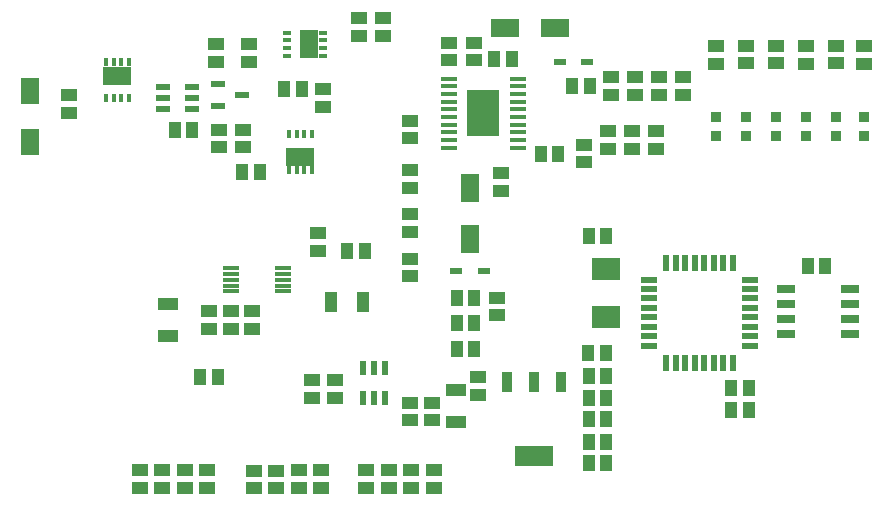
<source format=gtp>
G04*
G04 #@! TF.GenerationSoftware,Altium Limited,Altium Designer,20.1.11 (218)*
G04*
G04 Layer_Color=8421504*
%FSLAX25Y25*%
%MOIN*%
G70*
G04*
G04 #@! TF.SameCoordinates,C2617A9B-E6B3-48ED-90EE-97796008DAC5*
G04*
G04*
G04 #@! TF.FilePolarity,Positive*
G04*
G01*
G75*
%ADD15R,0.09449X0.07480*%
%ADD16R,0.03740X0.03543*%
%ADD17R,0.05512X0.04331*%
%ADD18R,0.04331X0.05512*%
%ADD19R,0.06102X0.02756*%
%ADD20R,0.04331X0.06693*%
%ADD21R,0.02362X0.04724*%
%ADD22R,0.10787X0.15197*%
%ADD23R,0.05709X0.01772*%
%ADD24R,0.06693X0.04331*%
%ADD25R,0.01654X0.02756*%
%ADD26R,0.09331X0.06102*%
%ADD27R,0.02756X0.01654*%
%ADD28R,0.06102X0.09331*%
%ADD29R,0.03740X0.06890*%
%ADD30R,0.12598X0.06890*%
%ADD31R,0.05512X0.01181*%
%ADD32R,0.05807X0.02362*%
%ADD33R,0.02362X0.05807*%
%ADD34R,0.04921X0.02362*%
%ADD35R,0.04724X0.02362*%
%ADD36R,0.06102X0.09252*%
%ADD37R,0.09252X0.06102*%
%ADD38R,0.04331X0.01968*%
%ADD39R,0.06102X0.09055*%
D15*
X202000Y111571D02*
D03*
Y95429D02*
D03*
D16*
X238500Y155850D02*
D03*
Y162150D02*
D03*
X248500Y155850D02*
D03*
Y162150D02*
D03*
X258500Y155850D02*
D03*
Y162150D02*
D03*
X268500Y155850D02*
D03*
Y162150D02*
D03*
X278500Y155850D02*
D03*
Y162150D02*
D03*
X288000Y155850D02*
D03*
Y162150D02*
D03*
D17*
X238500Y185906D02*
D03*
Y180000D02*
D03*
X248500Y185953D02*
D03*
Y180047D02*
D03*
X278500Y185953D02*
D03*
Y180047D02*
D03*
X288000Y185906D02*
D03*
Y180000D02*
D03*
X268500Y185906D02*
D03*
Y180000D02*
D03*
X258500Y185953D02*
D03*
Y180047D02*
D03*
X144000Y61047D02*
D03*
Y66953D02*
D03*
X136500Y66953D02*
D03*
Y61047D02*
D03*
X111500Y68547D02*
D03*
Y74453D02*
D03*
X104000Y68547D02*
D03*
Y74453D02*
D03*
X218500Y157500D02*
D03*
Y151594D02*
D03*
X219500Y169500D02*
D03*
Y175406D02*
D03*
X165500Y96047D02*
D03*
Y101953D02*
D03*
X84000Y97453D02*
D03*
Y91547D02*
D03*
X167000Y137547D02*
D03*
Y143453D02*
D03*
X158000Y181047D02*
D03*
Y186953D02*
D03*
X136500Y124000D02*
D03*
Y129905D02*
D03*
Y138594D02*
D03*
Y144500D02*
D03*
X136500Y155047D02*
D03*
Y160953D02*
D03*
X227500Y169547D02*
D03*
Y175453D02*
D03*
X73000Y152047D02*
D03*
Y157953D02*
D03*
X83000Y180595D02*
D03*
Y186500D02*
D03*
X72000Y180547D02*
D03*
Y186453D02*
D03*
X107500Y165594D02*
D03*
Y171500D02*
D03*
X54000Y38547D02*
D03*
Y44453D02*
D03*
X46500Y38547D02*
D03*
Y44453D02*
D03*
X122000Y44500D02*
D03*
Y38594D02*
D03*
X129500Y44500D02*
D03*
Y38594D02*
D03*
X137000Y38500D02*
D03*
Y44405D02*
D03*
X144500Y38500D02*
D03*
Y44405D02*
D03*
X77000Y97453D02*
D03*
Y91547D02*
D03*
X159350Y69595D02*
D03*
Y75500D02*
D03*
X106000Y123406D02*
D03*
Y117500D02*
D03*
X69500Y91547D02*
D03*
Y97453D02*
D03*
X107000Y44405D02*
D03*
Y38500D02*
D03*
X99500Y44405D02*
D03*
Y38500D02*
D03*
X92000Y38453D02*
D03*
Y44358D02*
D03*
X84500Y38405D02*
D03*
Y44311D02*
D03*
X69000Y44453D02*
D03*
Y38547D02*
D03*
X61500Y44453D02*
D03*
Y38547D02*
D03*
X202500Y151547D02*
D03*
Y157453D02*
D03*
X194500Y147095D02*
D03*
Y153000D02*
D03*
X203500Y175500D02*
D03*
Y169595D02*
D03*
X210500Y151500D02*
D03*
Y157405D02*
D03*
X211500Y175453D02*
D03*
Y169547D02*
D03*
X136500Y114953D02*
D03*
Y109047D02*
D03*
X149500Y186953D02*
D03*
Y181047D02*
D03*
X81000Y152094D02*
D03*
Y158000D02*
D03*
X119502Y195237D02*
D03*
Y189331D02*
D03*
X127582Y195237D02*
D03*
Y189331D02*
D03*
X23000Y169453D02*
D03*
Y163547D02*
D03*
D18*
X196047Y76000D02*
D03*
X201953D02*
D03*
X243547Y64500D02*
D03*
X249453D02*
D03*
X269047Y112500D02*
D03*
X274953D02*
D03*
X196047Y61500D02*
D03*
X201953D02*
D03*
X201953Y54000D02*
D03*
X196047D02*
D03*
X121405Y117500D02*
D03*
X115500D02*
D03*
X66594Y75500D02*
D03*
X72500D02*
D03*
X157953Y102000D02*
D03*
X152047D02*
D03*
X80594Y144000D02*
D03*
X86500D02*
D03*
X100406Y171500D02*
D03*
X94500D02*
D03*
X196000Y83500D02*
D03*
X201905D02*
D03*
X196047Y122500D02*
D03*
X201953D02*
D03*
X196047Y68500D02*
D03*
X201953D02*
D03*
X249453Y72000D02*
D03*
X243547D02*
D03*
X196047Y47000D02*
D03*
X201953D02*
D03*
X196500Y172500D02*
D03*
X190594D02*
D03*
X158000Y85000D02*
D03*
X152094D02*
D03*
X157953Y93500D02*
D03*
X152047D02*
D03*
X185953Y150000D02*
D03*
X180047D02*
D03*
X164594Y181500D02*
D03*
X170500D02*
D03*
X63953Y158000D02*
D03*
X58047D02*
D03*
D19*
X283228Y105000D02*
D03*
Y100000D02*
D03*
Y95000D02*
D03*
Y90000D02*
D03*
X261772D02*
D03*
Y95000D02*
D03*
Y100000D02*
D03*
Y105000D02*
D03*
D20*
X110185Y100500D02*
D03*
X120815D02*
D03*
D21*
X128240Y68579D02*
D03*
X124500D02*
D03*
X120760D02*
D03*
Y78421D02*
D03*
X124500D02*
D03*
X128240D02*
D03*
D22*
X161000Y163500D02*
D03*
D23*
X172516Y175016D02*
D03*
Y172457D02*
D03*
Y169898D02*
D03*
Y167339D02*
D03*
Y164779D02*
D03*
Y162221D02*
D03*
Y159661D02*
D03*
Y157102D02*
D03*
Y154543D02*
D03*
Y151984D02*
D03*
X149484D02*
D03*
Y154543D02*
D03*
Y157102D02*
D03*
Y159661D02*
D03*
Y162221D02*
D03*
Y164779D02*
D03*
Y167339D02*
D03*
Y169898D02*
D03*
Y172457D02*
D03*
Y175016D02*
D03*
D24*
X56000Y99815D02*
D03*
Y89185D02*
D03*
X152000Y71315D02*
D03*
Y60685D02*
D03*
D25*
X103839Y156382D02*
D03*
X101279D02*
D03*
X98721D02*
D03*
X96161D02*
D03*
Y144571D02*
D03*
X98721D02*
D03*
X101279D02*
D03*
X103839D02*
D03*
X35161Y168618D02*
D03*
X37721D02*
D03*
X40279D02*
D03*
X42839D02*
D03*
Y180429D02*
D03*
X40279D02*
D03*
X37721D02*
D03*
X35161D02*
D03*
D26*
X100000Y149000D02*
D03*
X39000Y176000D02*
D03*
D27*
X95618Y190339D02*
D03*
Y187779D02*
D03*
Y185221D02*
D03*
Y182661D02*
D03*
X107429D02*
D03*
Y185221D02*
D03*
Y187779D02*
D03*
Y190339D02*
D03*
D28*
X103000Y186500D02*
D03*
D29*
X186906Y73902D02*
D03*
X177850D02*
D03*
X168795D02*
D03*
D30*
X177850Y49098D02*
D03*
D31*
X94161Y104063D02*
D03*
Y106032D02*
D03*
Y108000D02*
D03*
Y109968D02*
D03*
Y111937D02*
D03*
X76839D02*
D03*
Y109968D02*
D03*
Y108000D02*
D03*
Y106032D02*
D03*
Y104063D02*
D03*
D32*
X216315Y108024D02*
D03*
Y104874D02*
D03*
Y101724D02*
D03*
Y98575D02*
D03*
Y95425D02*
D03*
Y92276D02*
D03*
Y89126D02*
D03*
Y85976D02*
D03*
X249685D02*
D03*
Y89126D02*
D03*
Y92276D02*
D03*
Y95425D02*
D03*
Y98575D02*
D03*
Y101724D02*
D03*
Y104874D02*
D03*
Y108024D02*
D03*
D33*
X221976Y80315D02*
D03*
X225126D02*
D03*
X228276D02*
D03*
X231425D02*
D03*
X234575D02*
D03*
X237724D02*
D03*
X240874D02*
D03*
X244024D02*
D03*
Y113685D02*
D03*
X240874D02*
D03*
X237724D02*
D03*
X234575D02*
D03*
X231425D02*
D03*
X228276D02*
D03*
X225126D02*
D03*
X221976D02*
D03*
D34*
X80634Y169500D02*
D03*
X72366Y165760D02*
D03*
Y173240D02*
D03*
D35*
X54079Y164760D02*
D03*
Y168500D02*
D03*
Y172240D02*
D03*
X63921D02*
D03*
Y168500D02*
D03*
Y164760D02*
D03*
D36*
X156500Y138465D02*
D03*
Y121535D02*
D03*
D37*
X168035Y192000D02*
D03*
X184965D02*
D03*
D38*
X151972Y111000D02*
D03*
X161028D02*
D03*
X186472Y180500D02*
D03*
X195528D02*
D03*
D39*
X10000Y170965D02*
D03*
Y154035D02*
D03*
M02*

</source>
